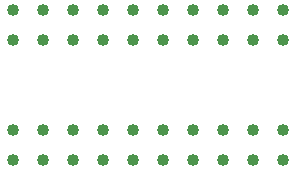
<source format=gbr>
%TF.GenerationSoftware,Altium Limited,Altium Designer,22.9.1 (49)*%
G04 Layer_Color=0*
%FSLAX25Y25*%
%MOIN*%
%TF.SameCoordinates,E4663CD6-9850-4590-99AB-2D6E941D03D6*%
%TF.FilePolarity,Positive*%
%TF.FileFunction,NonPlated,1,2,NPTH,Drill*%
%TF.Part,Single*%
G01*
G75*
%TA.AperFunction,ComponentDrill*%
%ADD51C,0.04016*%
D51*
X125000Y63000D02*
D03*
X135000D02*
D03*
X145000D02*
D03*
X155000D02*
D03*
X185000D02*
D03*
X195000D02*
D03*
X205000D02*
D03*
X215000D02*
D03*
X125000Y23000D02*
D03*
X135000D02*
D03*
X145000D02*
D03*
X155000D02*
D03*
X165000D02*
D03*
X175000D02*
D03*
X185000D02*
D03*
X195000D02*
D03*
X205000D02*
D03*
X215000D02*
D03*
X125000Y13000D02*
D03*
X135000D02*
D03*
X145000D02*
D03*
X155000D02*
D03*
X165000D02*
D03*
X175000D02*
D03*
X185000D02*
D03*
X195000D02*
D03*
X205000D02*
D03*
X215000D02*
D03*
Y53000D02*
D03*
X205000D02*
D03*
X195000D02*
D03*
X185000D02*
D03*
X175000D02*
D03*
X165000D02*
D03*
X155000D02*
D03*
X145000D02*
D03*
X135000D02*
D03*
X125000D02*
D03*
X175000Y63000D02*
D03*
X165000D02*
D03*
%TF.MD5,a287bd2ebdbd91d6add9b9a3f6fada5f*%
M02*

</source>
